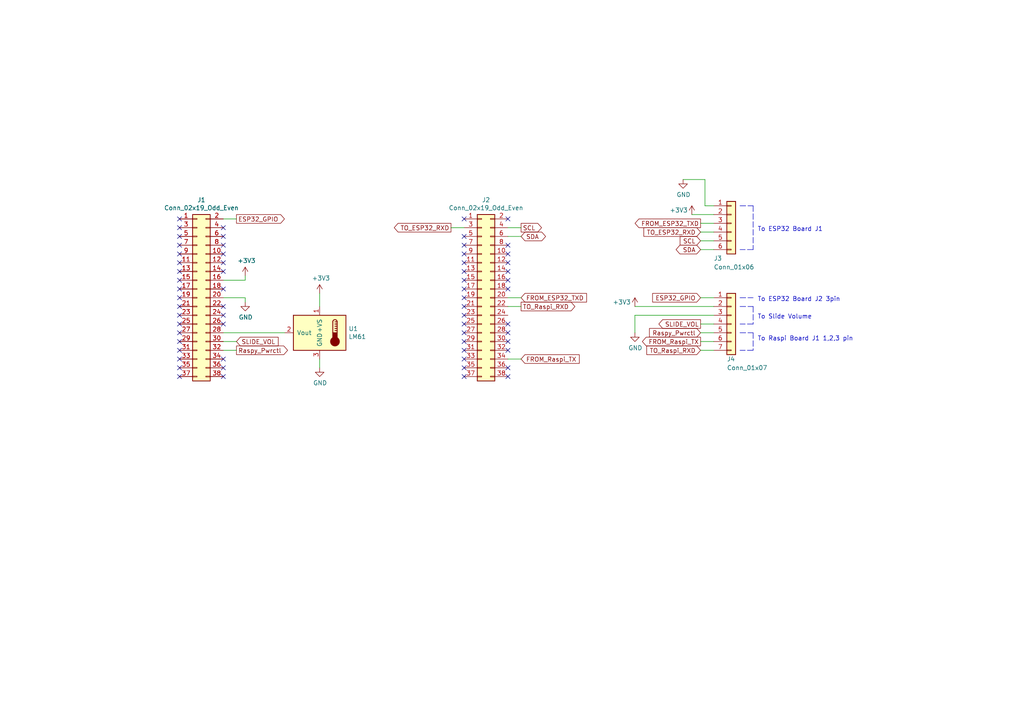
<source format=kicad_sch>
(kicad_sch (version 20211123) (generator eeschema)

  (uuid 2b037c78-906d-4178-9b25-0374af217b3a)

  (paper "A4")

  (lib_symbols
    (symbol "Connector_Generic:Conn_01x06" (pin_names (offset 1.016) hide) (in_bom yes) (on_board yes)
      (property "Reference" "J" (id 0) (at 0 7.62 0)
        (effects (font (size 1.27 1.27)))
      )
      (property "Value" "Conn_01x06" (id 1) (at 0 -10.16 0)
        (effects (font (size 1.27 1.27)))
      )
      (property "Footprint" "" (id 2) (at 0 0 0)
        (effects (font (size 1.27 1.27)) hide)
      )
      (property "Datasheet" "~" (id 3) (at 0 0 0)
        (effects (font (size 1.27 1.27)) hide)
      )
      (property "ki_keywords" "connector" (id 4) (at 0 0 0)
        (effects (font (size 1.27 1.27)) hide)
      )
      (property "ki_description" "Generic connector, single row, 01x06, script generated (kicad-library-utils/schlib/autogen/connector/)" (id 5) (at 0 0 0)
        (effects (font (size 1.27 1.27)) hide)
      )
      (property "ki_fp_filters" "Connector*:*_1x??_*" (id 6) (at 0 0 0)
        (effects (font (size 1.27 1.27)) hide)
      )
      (symbol "Conn_01x06_1_1"
        (rectangle (start -1.27 -7.493) (end 0 -7.747)
          (stroke (width 0.1524) (type default) (color 0 0 0 0))
          (fill (type none))
        )
        (rectangle (start -1.27 -4.953) (end 0 -5.207)
          (stroke (width 0.1524) (type default) (color 0 0 0 0))
          (fill (type none))
        )
        (rectangle (start -1.27 -2.413) (end 0 -2.667)
          (stroke (width 0.1524) (type default) (color 0 0 0 0))
          (fill (type none))
        )
        (rectangle (start -1.27 0.127) (end 0 -0.127)
          (stroke (width 0.1524) (type default) (color 0 0 0 0))
          (fill (type none))
        )
        (rectangle (start -1.27 2.667) (end 0 2.413)
          (stroke (width 0.1524) (type default) (color 0 0 0 0))
          (fill (type none))
        )
        (rectangle (start -1.27 5.207) (end 0 4.953)
          (stroke (width 0.1524) (type default) (color 0 0 0 0))
          (fill (type none))
        )
        (rectangle (start -1.27 6.35) (end 1.27 -8.89)
          (stroke (width 0.254) (type default) (color 0 0 0 0))
          (fill (type background))
        )
        (pin passive line (at -5.08 5.08 0) (length 3.81)
          (name "Pin_1" (effects (font (size 1.27 1.27))))
          (number "1" (effects (font (size 1.27 1.27))))
        )
        (pin passive line (at -5.08 2.54 0) (length 3.81)
          (name "Pin_2" (effects (font (size 1.27 1.27))))
          (number "2" (effects (font (size 1.27 1.27))))
        )
        (pin passive line (at -5.08 0 0) (length 3.81)
          (name "Pin_3" (effects (font (size 1.27 1.27))))
          (number "3" (effects (font (size 1.27 1.27))))
        )
        (pin passive line (at -5.08 -2.54 0) (length 3.81)
          (name "Pin_4" (effects (font (size 1.27 1.27))))
          (number "4" (effects (font (size 1.27 1.27))))
        )
        (pin passive line (at -5.08 -5.08 0) (length 3.81)
          (name "Pin_5" (effects (font (size 1.27 1.27))))
          (number "5" (effects (font (size 1.27 1.27))))
        )
        (pin passive line (at -5.08 -7.62 0) (length 3.81)
          (name "Pin_6" (effects (font (size 1.27 1.27))))
          (number "6" (effects (font (size 1.27 1.27))))
        )
      )
    )
    (symbol "Connector_Generic:Conn_01x07" (pin_names (offset 1.016) hide) (in_bom yes) (on_board yes)
      (property "Reference" "J" (id 0) (at 0 10.16 0)
        (effects (font (size 1.27 1.27)))
      )
      (property "Value" "Conn_01x07" (id 1) (at 0 -10.16 0)
        (effects (font (size 1.27 1.27)))
      )
      (property "Footprint" "" (id 2) (at 0 0 0)
        (effects (font (size 1.27 1.27)) hide)
      )
      (property "Datasheet" "~" (id 3) (at 0 0 0)
        (effects (font (size 1.27 1.27)) hide)
      )
      (property "ki_keywords" "connector" (id 4) (at 0 0 0)
        (effects (font (size 1.27 1.27)) hide)
      )
      (property "ki_description" "Generic connector, single row, 01x07, script generated (kicad-library-utils/schlib/autogen/connector/)" (id 5) (at 0 0 0)
        (effects (font (size 1.27 1.27)) hide)
      )
      (property "ki_fp_filters" "Connector*:*_1x??_*" (id 6) (at 0 0 0)
        (effects (font (size 1.27 1.27)) hide)
      )
      (symbol "Conn_01x07_1_1"
        (rectangle (start -1.27 -7.493) (end 0 -7.747)
          (stroke (width 0.1524) (type default) (color 0 0 0 0))
          (fill (type none))
        )
        (rectangle (start -1.27 -4.953) (end 0 -5.207)
          (stroke (width 0.1524) (type default) (color 0 0 0 0))
          (fill (type none))
        )
        (rectangle (start -1.27 -2.413) (end 0 -2.667)
          (stroke (width 0.1524) (type default) (color 0 0 0 0))
          (fill (type none))
        )
        (rectangle (start -1.27 0.127) (end 0 -0.127)
          (stroke (width 0.1524) (type default) (color 0 0 0 0))
          (fill (type none))
        )
        (rectangle (start -1.27 2.667) (end 0 2.413)
          (stroke (width 0.1524) (type default) (color 0 0 0 0))
          (fill (type none))
        )
        (rectangle (start -1.27 5.207) (end 0 4.953)
          (stroke (width 0.1524) (type default) (color 0 0 0 0))
          (fill (type none))
        )
        (rectangle (start -1.27 7.747) (end 0 7.493)
          (stroke (width 0.1524) (type default) (color 0 0 0 0))
          (fill (type none))
        )
        (rectangle (start -1.27 8.89) (end 1.27 -8.89)
          (stroke (width 0.254) (type default) (color 0 0 0 0))
          (fill (type background))
        )
        (pin passive line (at -5.08 7.62 0) (length 3.81)
          (name "Pin_1" (effects (font (size 1.27 1.27))))
          (number "1" (effects (font (size 1.27 1.27))))
        )
        (pin passive line (at -5.08 5.08 0) (length 3.81)
          (name "Pin_2" (effects (font (size 1.27 1.27))))
          (number "2" (effects (font (size 1.27 1.27))))
        )
        (pin passive line (at -5.08 2.54 0) (length 3.81)
          (name "Pin_3" (effects (font (size 1.27 1.27))))
          (number "3" (effects (font (size 1.27 1.27))))
        )
        (pin passive line (at -5.08 0 0) (length 3.81)
          (name "Pin_4" (effects (font (size 1.27 1.27))))
          (number "4" (effects (font (size 1.27 1.27))))
        )
        (pin passive line (at -5.08 -2.54 0) (length 3.81)
          (name "Pin_5" (effects (font (size 1.27 1.27))))
          (number "5" (effects (font (size 1.27 1.27))))
        )
        (pin passive line (at -5.08 -5.08 0) (length 3.81)
          (name "Pin_6" (effects (font (size 1.27 1.27))))
          (number "6" (effects (font (size 1.27 1.27))))
        )
        (pin passive line (at -5.08 -7.62 0) (length 3.81)
          (name "Pin_7" (effects (font (size 1.27 1.27))))
          (number "7" (effects (font (size 1.27 1.27))))
        )
      )
    )
    (symbol "Connector_Generic:Conn_02x19_Odd_Even" (pin_names (offset 1.016) hide) (in_bom yes) (on_board yes)
      (property "Reference" "J" (id 0) (at 1.27 25.4 0)
        (effects (font (size 1.27 1.27)))
      )
      (property "Value" "Conn_02x19_Odd_Even" (id 1) (at 1.27 -25.4 0)
        (effects (font (size 1.27 1.27)))
      )
      (property "Footprint" "" (id 2) (at 0 0 0)
        (effects (font (size 1.27 1.27)) hide)
      )
      (property "Datasheet" "~" (id 3) (at 0 0 0)
        (effects (font (size 1.27 1.27)) hide)
      )
      (property "ki_keywords" "connector" (id 4) (at 0 0 0)
        (effects (font (size 1.27 1.27)) hide)
      )
      (property "ki_description" "Generic connector, double row, 02x19, odd/even pin numbering scheme (row 1 odd numbers, row 2 even numbers), script generated (kicad-library-utils/schlib/autogen/connector/)" (id 5) (at 0 0 0)
        (effects (font (size 1.27 1.27)) hide)
      )
      (property "ki_fp_filters" "Connector*:*_2x??_*" (id 6) (at 0 0 0)
        (effects (font (size 1.27 1.27)) hide)
      )
      (symbol "Conn_02x19_Odd_Even_1_1"
        (rectangle (start -1.27 -22.733) (end 0 -22.987)
          (stroke (width 0.1524) (type default) (color 0 0 0 0))
          (fill (type none))
        )
        (rectangle (start -1.27 -20.193) (end 0 -20.447)
          (stroke (width 0.1524) (type default) (color 0 0 0 0))
          (fill (type none))
        )
        (rectangle (start -1.27 -17.653) (end 0 -17.907)
          (stroke (width 0.1524) (type default) (color 0 0 0 0))
          (fill (type none))
        )
        (rectangle (start -1.27 -15.113) (end 0 -15.367)
          (stroke (width 0.1524) (type default) (color 0 0 0 0))
          (fill (type none))
        )
        (rectangle (start -1.27 -12.573) (end 0 -12.827)
          (stroke (width 0.1524) (type default) (color 0 0 0 0))
          (fill (type none))
        )
        (rectangle (start -1.27 -10.033) (end 0 -10.287)
          (stroke (width 0.1524) (type default) (color 0 0 0 0))
          (fill (type none))
        )
        (rectangle (start -1.27 -7.493) (end 0 -7.747)
          (stroke (width 0.1524) (type default) (color 0 0 0 0))
          (fill (type none))
        )
        (rectangle (start -1.27 -4.953) (end 0 -5.207)
          (stroke (width 0.1524) (type default) (color 0 0 0 0))
          (fill (type none))
        )
        (rectangle (start -1.27 -2.413) (end 0 -2.667)
          (stroke (width 0.1524) (type default) (color 0 0 0 0))
          (fill (type none))
        )
        (rectangle (start -1.27 0.127) (end 0 -0.127)
          (stroke (width 0.1524) (type default) (color 0 0 0 0))
          (fill (type none))
        )
        (rectangle (start -1.27 2.667) (end 0 2.413)
          (stroke (width 0.1524) (type default) (color 0 0 0 0))
          (fill (type none))
        )
        (rectangle (start -1.27 5.207) (end 0 4.953)
          (stroke (width 0.1524) (type default) (color 0 0 0 0))
          (fill (type none))
        )
        (rectangle (start -1.27 7.747) (end 0 7.493)
          (stroke (width 0.1524) (type default) (color 0 0 0 0))
          (fill (type none))
        )
        (rectangle (start -1.27 10.287) (end 0 10.033)
          (stroke (width 0.1524) (type default) (color 0 0 0 0))
          (fill (type none))
        )
        (rectangle (start -1.27 12.827) (end 0 12.573)
          (stroke (width 0.1524) (type default) (color 0 0 0 0))
          (fill (type none))
        )
        (rectangle (start -1.27 15.367) (end 0 15.113)
          (stroke (width 0.1524) (type default) (color 0 0 0 0))
          (fill (type none))
        )
        (rectangle (start -1.27 17.907) (end 0 17.653)
          (stroke (width 0.1524) (type default) (color 0 0 0 0))
          (fill (type none))
        )
        (rectangle (start -1.27 20.447) (end 0 20.193)
          (stroke (width 0.1524) (type default) (color 0 0 0 0))
          (fill (type none))
        )
        (rectangle (start -1.27 22.987) (end 0 22.733)
          (stroke (width 0.1524) (type default) (color 0 0 0 0))
          (fill (type none))
        )
        (rectangle (start -1.27 24.13) (end 3.81 -24.13)
          (stroke (width 0.254) (type default) (color 0 0 0 0))
          (fill (type background))
        )
        (rectangle (start 3.81 -22.733) (end 2.54 -22.987)
          (stroke (width 0.1524) (type default) (color 0 0 0 0))
          (fill (type none))
        )
        (rectangle (start 3.81 -20.193) (end 2.54 -20.447)
          (stroke (width 0.1524) (type default) (color 0 0 0 0))
          (fill (type none))
        )
        (rectangle (start 3.81 -17.653) (end 2.54 -17.907)
          (stroke (width 0.1524) (type default) (color 0 0 0 0))
          (fill (type none))
        )
        (rectangle (start 3.81 -15.113) (end 2.54 -15.367)
          (stroke (width 0.1524) (type default) (color 0 0 0 0))
          (fill (type none))
        )
        (rectangle (start 3.81 -12.573) (end 2.54 -12.827)
          (stroke (width 0.1524) (type default) (color 0 0 0 0))
          (fill (type none))
        )
        (rectangle (start 3.81 -10.033) (end 2.54 -10.287)
          (stroke (width 0.1524) (type default) (color 0 0 0 0))
          (fill (type none))
        )
        (rectangle (start 3.81 -7.493) (end 2.54 -7.747)
          (stroke (width 0.1524) (type default) (color 0 0 0 0))
          (fill (type none))
        )
        (rectangle (start 3.81 -4.953) (end 2.54 -5.207)
          (stroke (width 0.1524) (type default) (color 0 0 0 0))
          (fill (type none))
        )
        (rectangle (start 3.81 -2.413) (end 2.54 -2.667)
          (stroke (width 0.1524) (type default) (color 0 0 0 0))
          (fill (type none))
        )
        (rectangle (start 3.81 0.127) (end 2.54 -0.127)
          (stroke (width 0.1524) (type default) (color 0 0 0 0))
          (fill (type none))
        )
        (rectangle (start 3.81 2.667) (end 2.54 2.413)
          (stroke (width 0.1524) (type default) (color 0 0 0 0))
          (fill (type none))
        )
        (rectangle (start 3.81 5.207) (end 2.54 4.953)
          (stroke (width 0.1524) (type default) (color 0 0 0 0))
          (fill (type none))
        )
        (rectangle (start 3.81 7.747) (end 2.54 7.493)
          (stroke (width 0.1524) (type default) (color 0 0 0 0))
          (fill (type none))
        )
        (rectangle (start 3.81 10.287) (end 2.54 10.033)
          (stroke (width 0.1524) (type default) (color 0 0 0 0))
          (fill (type none))
        )
        (rectangle (start 3.81 12.827) (end 2.54 12.573)
          (stroke (width 0.1524) (type default) (color 0 0 0 0))
          (fill (type none))
        )
        (rectangle (start 3.81 15.367) (end 2.54 15.113)
          (stroke (width 0.1524) (type default) (color 0 0 0 0))
          (fill (type none))
        )
        (rectangle (start 3.81 17.907) (end 2.54 17.653)
          (stroke (width 0.1524) (type default) (color 0 0 0 0))
          (fill (type none))
        )
        (rectangle (start 3.81 20.447) (end 2.54 20.193)
          (stroke (width 0.1524) (type default) (color 0 0 0 0))
          (fill (type none))
        )
        (rectangle (start 3.81 22.987) (end 2.54 22.733)
          (stroke (width 0.1524) (type default) (color 0 0 0 0))
          (fill (type none))
        )
        (pin passive line (at -5.08 22.86 0) (length 3.81)
          (name "Pin_1" (effects (font (size 1.27 1.27))))
          (number "1" (effects (font (size 1.27 1.27))))
        )
        (pin passive line (at 7.62 12.7 180) (length 3.81)
          (name "Pin_10" (effects (font (size 1.27 1.27))))
          (number "10" (effects (font (size 1.27 1.27))))
        )
        (pin passive line (at -5.08 10.16 0) (length 3.81)
          (name "Pin_11" (effects (font (size 1.27 1.27))))
          (number "11" (effects (font (size 1.27 1.27))))
        )
        (pin passive line (at 7.62 10.16 180) (length 3.81)
          (name "Pin_12" (effects (font (size 1.27 1.27))))
          (number "12" (effects (font (size 1.27 1.27))))
        )
        (pin passive line (at -5.08 7.62 0) (length 3.81)
          (name "Pin_13" (effects (font (size 1.27 1.27))))
          (number "13" (effects (font (size 1.27 1.27))))
        )
        (pin passive line (at 7.62 7.62 180) (length 3.81)
          (name "Pin_14" (effects (font (size 1.27 1.27))))
          (number "14" (effects (font (size 1.27 1.27))))
        )
        (pin passive line (at -5.08 5.08 0) (length 3.81)
          (name "Pin_15" (effects (font (size 1.27 1.27))))
          (number "15" (effects (font (size 1.27 1.27))))
        )
        (pin passive line (at 7.62 5.08 180) (length 3.81)
          (name "Pin_16" (effects (font (size 1.27 1.27))))
          (number "16" (effects (font (size 1.27 1.27))))
        )
        (pin passive line (at -5.08 2.54 0) (length 3.81)
          (name "Pin_17" (effects (font (size 1.27 1.27))))
          (number "17" (effects (font (size 1.27 1.27))))
        )
        (pin passive line (at 7.62 2.54 180) (length 3.81)
          (name "Pin_18" (effects (font (size 1.27 1.27))))
          (number "18" (effects (font (size 1.27 1.27))))
        )
        (pin passive line (at -5.08 0 0) (length 3.81)
          (name "Pin_19" (effects (font (size 1.27 1.27))))
          (number "19" (effects (font (size 1.27 1.27))))
        )
        (pin passive line (at 7.62 22.86 180) (length 3.81)
          (name "Pin_2" (effects (font (size 1.27 1.27))))
          (number "2" (effects (font (size 1.27 1.27))))
        )
        (pin passive line (at 7.62 0 180) (length 3.81)
          (name "Pin_20" (effects (font (size 1.27 1.27))))
          (number "20" (effects (font (size 1.27 1.27))))
        )
        (pin passive line (at -5.08 -2.54 0) (length 3.81)
          (name "Pin_21" (effects (font (size 1.27 1.27))))
          (number "21" (effects (font (size 1.27 1.27))))
        )
        (pin passive line (at 7.62 -2.54 180) (length 3.81)
          (name "Pin_22" (effects (font (size 1.27 1.27))))
          (number "22" (effects (font (size 1.27 1.27))))
        )
        (pin passive line (at -5.08 -5.08 0) (length 3.81)
          (name "Pin_23" (effects (font (size 1.27 1.27))))
          (number "23" (effects (font (size 1.27 1.27))))
        )
        (pin passive line (at 7.62 -5.08 180) (length 3.81)
          (name "Pin_24" (effects (font (size 1.27 1.27))))
          (number "24" (effects (font (size 1.27 1.27))))
        )
        (pin passive line (at -5.08 -7.62 0) (length 3.81)
          (name "Pin_25" (effects (font (size 1.27 1.27))))
          (number "25" (effects (font (size 1.27 1.27))))
        )
        (pin passive line (at 7.62 -7.62 180) (length 3.81)
          (name "Pin_26" (effects (font (size 1.27 1.27))))
          (number "26" (effects (font (size 1.27 1.27))))
        )
        (pin passive line (at -5.08 -10.16 0) (length 3.81)
          (name "Pin_27" (effects (font (size 1.27 1.27))))
          (number "27" (effects (font (size 1.27 1.27))))
        )
        (pin passive line (at 7.62 -10.16 180) (length 3.81)
          (name "Pin_28" (effects (font (size 1.27 1.27))))
          (number "28" (effects (font (size 1.27 1.27))))
        )
        (pin passive line (at -5.08 -12.7 0) (length 3.81)
          (name "Pin_29" (effects (font (size 1.27 1.27))))
          (number "29" (effects (font (size 1.27 1.27))))
        )
        (pin passive line (at -5.08 20.32 0) (length 3.81)
          (name "Pin_3" (effects (font (size 1.27 1.27))))
          (number "3" (effects (font (size 1.27 1.27))))
        )
        (pin passive line (at 7.62 -12.7 180) (length 3.81)
          (name "Pin_30" (effects (font (size 1.27 1.27))))
          (number "30" (effects (font (size 1.27 1.27))))
        )
        (pin passive line (at -5.08 -15.24 0) (length 3.81)
          (name "Pin_31" (effects (font (size 1.27 1.27))))
          (number "31" (effects (font (size 1.27 1.27))))
        )
        (pin passive line (at 7.62 -15.24 180) (length 3.81)
          (name "Pin_32" (effects (font (size 1.27 1.27))))
          (number "32" (effects (font (size 1.27 1.27))))
        )
        (pin passive line (at -5.08 -17.78 0) (length 3.81)
          (name "Pin_33" (effects (font (size 1.27 1.27))))
          (number "33" (effects (font (size 1.27 1.27))))
        )
        (pin passive line (at 7.62 -17.78 180) (length 3.81)
          (name "Pin_34" (effects (font (size 1.27 1.27))))
          (number "34" (effects (font (size 1.27 1.27))))
        )
        (pin passive line (at -5.08 -20.32 0) (length 3.81)
          (name "Pin_35" (effects (font (size 1.27 1.27))))
          (number "35" (effects (font (size 1.27 1.27))))
        )
        (pin passive line (at 7.62 -20.32 180) (length 3.81)
          (name "Pin_36" (effects (font (size 1.27 1.27))))
          (number "36" (effects (font (size 1.27 1.27))))
        )
        (pin passive line (at -5.08 -22.86 0) (length 3.81)
          (name "Pin_37" (effects (font (size 1.27 1.27))))
          (number "37" (effects (font (size 1.27 1.27))))
        )
        (pin passive line (at 7.62 -22.86 180) (length 3.81)
          (name "Pin_38" (effects (font (size 1.27 1.27))))
          (number "38" (effects (font (size 1.27 1.27))))
        )
        (pin passive line (at 7.62 20.32 180) (length 3.81)
          (name "Pin_4" (effects (font (size 1.27 1.27))))
          (number "4" (effects (font (size 1.27 1.27))))
        )
        (pin passive line (at -5.08 17.78 0) (length 3.81)
          (name "Pin_5" (effects (font (size 1.27 1.27))))
          (number "5" (effects (font (size 1.27 1.27))))
        )
        (pin passive line (at 7.62 17.78 180) (length 3.81)
          (name "Pin_6" (effects (font (size 1.27 1.27))))
          (number "6" (effects (font (size 1.27 1.27))))
        )
        (pin passive line (at -5.08 15.24 0) (length 3.81)
          (name "Pin_7" (effects (font (size 1.27 1.27))))
          (number "7" (effects (font (size 1.27 1.27))))
        )
        (pin passive line (at 7.62 15.24 180) (length 3.81)
          (name "Pin_8" (effects (font (size 1.27 1.27))))
          (number "8" (effects (font (size 1.27 1.27))))
        )
        (pin passive line (at -5.08 12.7 0) (length 3.81)
          (name "Pin_9" (effects (font (size 1.27 1.27))))
          (number "9" (effects (font (size 1.27 1.27))))
        )
      )
    )
    (symbol "Sensor_Temperature:LM35-LP" (pin_names (offset 1.016)) (in_bom yes) (on_board yes)
      (property "Reference" "U" (id 0) (at -6.35 6.35 0)
        (effects (font (size 1.27 1.27)))
      )
      (property "Value" "LM35-LP" (id 1) (at 1.27 6.35 0)
        (effects (font (size 1.27 1.27)) (justify left))
      )
      (property "Footprint" "" (id 2) (at 1.27 -6.35 0)
        (effects (font (size 1.27 1.27)) (justify left) hide)
      )
      (property "Datasheet" "http://www.ti.com/lit/ds/symlink/lm35.pdf" (id 3) (at 0 0 0)
        (effects (font (size 1.27 1.27)) hide)
      )
      (property "ki_keywords" "temperature sensor thermistor" (id 4) (at 0 0 0)
        (effects (font (size 1.27 1.27)) hide)
      )
      (property "ki_description" "Precision centigrade temperature sensor, TO-92" (id 5) (at 0 0 0)
        (effects (font (size 1.27 1.27)) hide)
      )
      (property "ki_fp_filters" "TO?92*" (id 6) (at 0 0 0)
        (effects (font (size 1.27 1.27)) hide)
      )
      (symbol "LM35-LP_0_1"
        (rectangle (start -7.62 5.08) (end 7.62 -5.08)
          (stroke (width 0.254) (type default) (color 0 0 0 0))
          (fill (type background))
        )
        (circle (center -4.445 -2.54) (radius 1.27)
          (stroke (width 0.254) (type default) (color 0 0 0 0))
          (fill (type outline))
        )
        (rectangle (start -3.81 -1.905) (end -5.08 0)
          (stroke (width 0.254) (type default) (color 0 0 0 0))
          (fill (type outline))
        )
        (arc (start -3.81 3.175) (mid -4.445 3.81) (end -5.08 3.175)
          (stroke (width 0.254) (type default) (color 0 0 0 0))
          (fill (type none))
        )
        (polyline
          (pts
            (xy -5.08 0.635)
            (xy -4.445 0.635)
          )
          (stroke (width 0.254) (type default) (color 0 0 0 0))
          (fill (type none))
        )
        (polyline
          (pts
            (xy -5.08 1.27)
            (xy -4.445 1.27)
          )
          (stroke (width 0.254) (type default) (color 0 0 0 0))
          (fill (type none))
        )
        (polyline
          (pts
            (xy -5.08 1.905)
            (xy -4.445 1.905)
          )
          (stroke (width 0.254) (type default) (color 0 0 0 0))
          (fill (type none))
        )
        (polyline
          (pts
            (xy -5.08 2.54)
            (xy -4.445 2.54)
          )
          (stroke (width 0.254) (type default) (color 0 0 0 0))
          (fill (type none))
        )
        (polyline
          (pts
            (xy -5.08 3.175)
            (xy -5.08 0)
          )
          (stroke (width 0.254) (type default) (color 0 0 0 0))
          (fill (type none))
        )
        (polyline
          (pts
            (xy -5.08 3.175)
            (xy -4.445 3.175)
          )
          (stroke (width 0.254) (type default) (color 0 0 0 0))
          (fill (type none))
        )
        (polyline
          (pts
            (xy -3.81 3.175)
            (xy -3.81 0)
          )
          (stroke (width 0.254) (type default) (color 0 0 0 0))
          (fill (type none))
        )
      )
      (symbol "LM35-LP_1_1"
        (pin power_in line (at 0 7.62 270) (length 2.54)
          (name "+VS" (effects (font (size 1.27 1.27))))
          (number "1" (effects (font (size 1.27 1.27))))
        )
        (pin output line (at 10.16 0 180) (length 2.54)
          (name "Vout" (effects (font (size 1.27 1.27))))
          (number "2" (effects (font (size 1.27 1.27))))
        )
        (pin power_in line (at 0 -7.62 90) (length 2.54)
          (name "GND" (effects (font (size 1.27 1.27))))
          (number "3" (effects (font (size 1.27 1.27))))
        )
      )
    )
    (symbol "power:GND" (power) (pin_names (offset 0)) (in_bom yes) (on_board yes)
      (property "Reference" "#PWR" (id 0) (at 0 -6.35 0)
        (effects (font (size 1.27 1.27)) hide)
      )
      (property "Value" "GND" (id 1) (at 0 -3.81 0)
        (effects (font (size 1.27 1.27)))
      )
      (property "Footprint" "" (id 2) (at 0 0 0)
        (effects (font (size 1.27 1.27)) hide)
      )
      (property "Datasheet" "" (id 3) (at 0 0 0)
        (effects (font (size 1.27 1.27)) hide)
      )
      (property "ki_keywords" "power-flag" (id 4) (at 0 0 0)
        (effects (font (size 1.27 1.27)) hide)
      )
      (property "ki_description" "Power symbol creates a global label with name \"GND\" , ground" (id 5) (at 0 0 0)
        (effects (font (size 1.27 1.27)) hide)
      )
      (symbol "GND_0_1"
        (polyline
          (pts
            (xy 0 0)
            (xy 0 -1.27)
            (xy 1.27 -1.27)
            (xy 0 -2.54)
            (xy -1.27 -1.27)
            (xy 0 -1.27)
          )
          (stroke (width 0) (type default) (color 0 0 0 0))
          (fill (type none))
        )
      )
      (symbol "GND_1_1"
        (pin power_in line (at 0 0 270) (length 0) hide
          (name "GND" (effects (font (size 1.27 1.27))))
          (number "1" (effects (font (size 1.27 1.27))))
        )
      )
    )
    (symbol "simple-rsp01-1-rescue:+3.3V-power" (power) (pin_names (offset 0)) (in_bom yes) (on_board yes)
      (property "Reference" "#PWR" (id 0) (at 0 -3.81 0)
        (effects (font (size 1.27 1.27)) hide)
      )
      (property "Value" "+3.3V-power" (id 1) (at 0 3.556 0)
        (effects (font (size 1.27 1.27)))
      )
      (property "Footprint" "" (id 2) (at 0 0 0)
        (effects (font (size 1.27 1.27)) hide)
      )
      (property "Datasheet" "" (id 3) (at 0 0 0)
        (effects (font (size 1.27 1.27)) hide)
      )
      (symbol "+3.3V-power_0_1"
        (polyline
          (pts
            (xy -0.762 1.27)
            (xy 0 2.54)
          )
          (stroke (width 0) (type default) (color 0 0 0 0))
          (fill (type none))
        )
        (polyline
          (pts
            (xy 0 0)
            (xy 0 2.54)
          )
          (stroke (width 0) (type default) (color 0 0 0 0))
          (fill (type none))
        )
        (polyline
          (pts
            (xy 0 2.54)
            (xy 0.762 1.27)
          )
          (stroke (width 0) (type default) (color 0 0 0 0))
          (fill (type none))
        )
      )
      (symbol "+3.3V-power_1_1"
        (pin power_in line (at 0 0 90) (length 0) hide
          (name "+3V3" (effects (font (size 1.27 1.27))))
          (number "1" (effects (font (size 1.27 1.27))))
        )
      )
    )
  )


  (no_connect (at 134.62 76.2) (uuid 0158e6f2-0ce8-41d1-9396-a396990bd76e))
  (no_connect (at 147.32 109.22) (uuid 09cebf2c-f6f1-4e77-8798-fe530e1afeca))
  (no_connect (at 134.62 68.58) (uuid 0fe4fe85-eebb-462b-96e3-e1ecaa5f2c97))
  (no_connect (at 134.62 96.52) (uuid 10ba96d7-156e-401f-8999-ba02a4a479e9))
  (no_connect (at 64.77 71.12) (uuid 12e82266-83e3-4875-9f2d-20370a3a2c72))
  (no_connect (at 147.32 81.28) (uuid 1a5a8f38-7214-4983-b81f-9767ca2426d0))
  (no_connect (at 134.62 78.74) (uuid 1dec22f2-8091-4432-b3ea-c0d8358cc222))
  (no_connect (at 147.32 76.2) (uuid 1ef2517b-4fd4-4ffb-9f10-d6d039a0e088))
  (no_connect (at 52.07 68.58) (uuid 1f1a15f0-d5f0-4d36-80f1-cbadf50f9309))
  (no_connect (at 64.77 83.82) (uuid 1f33909e-270d-4ea3-af01-3623cb61f8a1))
  (no_connect (at 52.07 96.52) (uuid 1fabf7f2-0523-44f7-bfef-1491cee1fe8d))
  (no_connect (at 134.62 101.6) (uuid 21abc7cd-779e-4271-aeb2-e64811925150))
  (no_connect (at 52.07 104.14) (uuid 2777eb64-2d2f-4d54-9b4c-8da37239ea5e))
  (no_connect (at 134.62 93.98) (uuid 2a3e178d-e03e-4624-bddb-5dd57771ef13))
  (no_connect (at 52.07 71.12) (uuid 377fc462-eb97-4bf6-9bc3-2061126d951a))
  (no_connect (at 134.62 99.06) (uuid 3a70aa93-f537-4f3d-8722-fd8aca1fc225))
  (no_connect (at 64.77 88.9) (uuid 3c61f24d-b2f8-4f64-9210-59937fc52253))
  (no_connect (at 134.62 88.9) (uuid 3df9bbb0-5ea3-45ed-bf7e-25f5767b9405))
  (no_connect (at 52.07 86.36) (uuid 418cc678-75bd-4343-81da-481d32ca5982))
  (no_connect (at 147.32 83.82) (uuid 4318773d-e122-41ee-b756-215198e7109d))
  (no_connect (at 52.07 106.68) (uuid 452ef0fd-584d-4758-9eac-2bdd2e58a526))
  (no_connect (at 64.77 76.2) (uuid 48d70c82-b37a-491a-8712-ca8a0d1f6c18))
  (no_connect (at 147.32 63.5) (uuid 4b48c14a-8f72-4eab-bfe6-ada4d7bc0d01))
  (no_connect (at 147.32 99.06) (uuid 526582d6-6116-4741-be47-3f24ed5f4c4d))
  (no_connect (at 64.77 93.98) (uuid 5ceb737b-f40f-41fd-83e7-729cb8d0acc5))
  (no_connect (at 134.62 81.28) (uuid 6086b98f-52cc-47a3-a7ee-1c1ca2b2ed46))
  (no_connect (at 52.07 109.22) (uuid 644b7073-bd6e-4f98-bc6c-f658e0031c0b))
  (no_connect (at 52.07 66.04) (uuid 6d44e53b-bec5-431d-a74c-7ec531151e77))
  (no_connect (at 52.07 81.28) (uuid 7947a151-d711-4a88-971f-5a6104d209b3))
  (no_connect (at 64.77 78.74) (uuid 7a7a846e-fc44-4b55-bcd7-704b5ea2404a))
  (no_connect (at 147.32 96.52) (uuid 7f39aa79-c599-43d8-a17b-84a8c93083e6))
  (no_connect (at 134.62 86.36) (uuid 8067a8ce-f696-4929-bb9d-1b44dd0f29c9))
  (no_connect (at 64.77 104.14) (uuid 86605ce1-20c2-483b-9029-4edef780d472))
  (no_connect (at 147.32 106.68) (uuid 8c6688a8-b42d-46b1-8a89-f3971b8d222b))
  (no_connect (at 147.32 93.98) (uuid 8f25c1da-b33b-43ba-b39a-e951b014f6c0))
  (no_connect (at 64.77 68.58) (uuid 94727bc1-4496-44ac-a59d-6275ef781c61))
  (no_connect (at 52.07 101.6) (uuid 9528f5a4-827d-4ad2-8684-c51466a0361c))
  (no_connect (at 134.62 71.12) (uuid 9964b87c-bb23-4e68-9af8-d4086bcb9316))
  (no_connect (at 134.62 83.82) (uuid 9d8df27d-8695-4270-892a-27b2da258022))
  (no_connect (at 147.32 73.66) (uuid a2957ab9-c3e1-4b1d-a722-9589d45cb19b))
  (no_connect (at 147.32 101.6) (uuid a9dcbefc-be9d-421b-9a72-7250451590f9))
  (no_connect (at 52.07 83.82) (uuid b1d9d2ef-8a1f-4a13-a071-3c207250b02d))
  (no_connect (at 134.62 104.14) (uuid b2aa1ca1-782d-464f-b674-8943d1157b36))
  (no_connect (at 52.07 78.74) (uuid b42a5339-369e-4db0-8142-f1896ed10acb))
  (no_connect (at 64.77 66.04) (uuid ba8ff433-fafb-46af-a397-3810ae6ac490))
  (no_connect (at 134.62 106.68) (uuid c42caf35-6878-4df4-a5d4-18feb880c88c))
  (no_connect (at 134.62 73.66) (uuid ca5dfde8-d2e2-4309-93dd-05bfe7be3134))
  (no_connect (at 64.77 91.44) (uuid cbc86235-0b78-4d51-8e86-d5fdd32e96c3))
  (no_connect (at 134.62 91.44) (uuid d0873f58-c762-4913-bdab-43318e0c5220))
  (no_connect (at 134.62 63.5) (uuid d2300d0a-1379-48ce-93b5-db6eddc6ddd6))
  (no_connect (at 64.77 109.22) (uuid d44b89dd-af9c-4cf7-b260-c61d59b6b4ab))
  (no_connect (at 52.07 63.5) (uuid d791ae4b-07a8-471b-90fd-7c4cab8bf3a1))
  (no_connect (at 52.07 99.06) (uuid d88a293f-e3d0-4484-ab9e-90ae0a1e6d62))
  (no_connect (at 147.32 71.12) (uuid ddf8e253-307b-448d-8a9a-7d8ee8f8549e))
  (no_connect (at 52.07 91.44) (uuid e9ca0255-6de3-48e4-adfb-45149266b7fa))
  (no_connect (at 64.77 106.68) (uuid ea6eadf5-1df4-4cae-a102-33f7e66ac60f))
  (no_connect (at 64.77 73.66) (uuid ea863624-cafb-4e97-bd2e-29fa240a61cb))
  (no_connect (at 52.07 73.66) (uuid f0d20c4a-5bdd-490f-b160-457852f3cd20))
  (no_connect (at 134.62 109.22) (uuid f115694d-263d-4a80-b518-ea985ba758d1))
  (no_connect (at 52.07 88.9) (uuid f21e876e-8796-4147-8870-7444f0fd8256))
  (no_connect (at 52.07 93.98) (uuid f7d52af2-d827-41d7-8f76-4d3765c44cc5))
  (no_connect (at 147.32 78.74) (uuid fa833a2b-959e-41ae-8965-d5a0fbb68958))
  (no_connect (at 52.07 76.2) (uuid fae31ea7-f0a8-4ac2-9e9c-18b3f422dd5c))

  (wire (pts (xy 147.32 104.14) (xy 151.13 104.14))
    (stroke (width 0) (type default) (color 0 0 0 0))
    (uuid 00b97531-5855-43aa-afaa-5312137a900a)
  )
  (wire (pts (xy 64.77 99.06) (xy 68.58 99.06))
    (stroke (width 0) (type default) (color 0 0 0 0))
    (uuid 0a7e0e44-d011-4750-808f-3a4f5a297c1c)
  )
  (wire (pts (xy 147.32 88.9) (xy 151.13 88.9))
    (stroke (width 0) (type default) (color 0 0 0 0))
    (uuid 0c70f320-9569-4339-89ba-24a0f0d2fbaf)
  )
  (polyline (pts (xy 218.44 88.9) (xy 218.44 93.98))
    (stroke (width 0) (type default) (color 0 0 0 0))
    (uuid 16f2462a-2f13-4db3-b8a9-57a3c6e63558)
  )

  (wire (pts (xy 130.81 66.04) (xy 134.62 66.04))
    (stroke (width 0) (type default) (color 0 0 0 0))
    (uuid 197c8359-4448-4d66-aaaa-8ceced56940e)
  )
  (wire (pts (xy 203.2 86.36) (xy 207.01 86.36))
    (stroke (width 0) (type default) (color 0 0 0 0))
    (uuid 22d54686-db16-48f8-bdd8-c8478478c876)
  )
  (wire (pts (xy 200.66 62.23) (xy 207.01 62.23))
    (stroke (width 0) (type default) (color 0 0 0 0))
    (uuid 2a5c9a75-5be4-4a72-9753-2e1e8b400690)
  )
  (polyline (pts (xy 214.63 88.9) (xy 218.44 88.9))
    (stroke (width 0) (type default) (color 0 0 0 0))
    (uuid 2c11782c-87f8-4617-b260-497f3dc9f452)
  )

  (wire (pts (xy 64.77 86.36) (xy 71.12 86.36))
    (stroke (width 0) (type default) (color 0 0 0 0))
    (uuid 2fb85656-c974-4e8c-9cfe-8f1adfc6d609)
  )
  (wire (pts (xy 64.77 101.6) (xy 68.58 101.6))
    (stroke (width 0) (type default) (color 0 0 0 0))
    (uuid 30956254-48e9-45d3-a5f5-62bfe711d4d2)
  )
  (wire (pts (xy 64.77 96.52) (xy 82.55 96.52))
    (stroke (width 0) (type default) (color 0 0 0 0))
    (uuid 39a32827-cd5f-444f-88a5-60846cf02bdc)
  )
  (wire (pts (xy 147.32 68.58) (xy 151.13 68.58))
    (stroke (width 0) (type default) (color 0 0 0 0))
    (uuid 3cea96f2-4ddd-4e21-b393-8f5196bc8e22)
  )
  (wire (pts (xy 184.15 91.44) (xy 207.01 91.44))
    (stroke (width 0) (type default) (color 0 0 0 0))
    (uuid 3da0667c-24fd-4dea-9fde-15d4d373850e)
  )
  (polyline (pts (xy 218.44 72.39) (xy 214.63 72.39))
    (stroke (width 0) (type default) (color 0 0 0 0))
    (uuid 3e042e04-d459-4a6a-b04b-6b809fb09afa)
  )

  (wire (pts (xy 184.15 88.9) (xy 207.01 88.9))
    (stroke (width 0) (type default) (color 0 0 0 0))
    (uuid 502cd284-4c67-4434-b0c6-d992386fa234)
  )
  (polyline (pts (xy 218.44 93.98) (xy 214.63 93.98))
    (stroke (width 0) (type default) (color 0 0 0 0))
    (uuid 514110dc-bfa6-467b-a7a4-c8de1472ee8b)
  )

  (wire (pts (xy 147.32 66.04) (xy 151.13 66.04))
    (stroke (width 0) (type default) (color 0 0 0 0))
    (uuid 55c62889-d04e-4e17-abbd-dcfccb1d565b)
  )
  (polyline (pts (xy 214.63 59.69) (xy 218.44 59.69))
    (stroke (width 0) (type default) (color 0 0 0 0))
    (uuid 57edb1c5-11ef-4a18-922d-0112209d1cc7)
  )

  (wire (pts (xy 64.77 81.28) (xy 71.12 81.28))
    (stroke (width 0) (type default) (color 0 0 0 0))
    (uuid 63a88e4c-28e3-4fde-bed5-5fa1ed372f69)
  )
  (wire (pts (xy 204.47 52.07) (xy 204.47 59.69))
    (stroke (width 0) (type default) (color 0 0 0 0))
    (uuid 6cdb0530-039c-474c-a905-2fc566ae9d78)
  )
  (polyline (pts (xy 218.44 96.52) (xy 218.44 101.6))
    (stroke (width 0) (type default) (color 0 0 0 0))
    (uuid 6fadeb79-0a69-4d12-9ab1-e7f3715571f1)
  )

  (wire (pts (xy 203.2 67.31) (xy 207.01 67.31))
    (stroke (width 0) (type default) (color 0 0 0 0))
    (uuid 7638449f-5577-4606-a925-7d2977129b21)
  )
  (polyline (pts (xy 214.63 86.36) (xy 218.44 86.36))
    (stroke (width 0) (type default) (color 0 0 0 0))
    (uuid 7a491a3d-f4b2-4b73-a2ef-fcd8312ad9d3)
  )

  (wire (pts (xy 64.77 63.5) (xy 68.58 63.5))
    (stroke (width 0) (type default) (color 0 0 0 0))
    (uuid 8e3377a9-2388-45ee-afea-fa56b4c8c058)
  )
  (wire (pts (xy 203.2 101.6) (xy 207.01 101.6))
    (stroke (width 0) (type default) (color 0 0 0 0))
    (uuid 99a2bac8-8c24-4955-bad5-8a363d00eabe)
  )
  (wire (pts (xy 92.71 104.14) (xy 92.71 106.68))
    (stroke (width 0) (type default) (color 0 0 0 0))
    (uuid 9ee05df8-b50e-4a22-ba7e-7e34c574b9a4)
  )
  (wire (pts (xy 71.12 81.28) (xy 71.12 80.01))
    (stroke (width 0) (type default) (color 0 0 0 0))
    (uuid a0923a80-fb12-4ac6-870e-efe92cc6b960)
  )
  (wire (pts (xy 203.2 72.39) (xy 207.01 72.39))
    (stroke (width 0) (type default) (color 0 0 0 0))
    (uuid a3a76f57-1d48-4194-89d2-e58aadcdcacf)
  )
  (wire (pts (xy 203.2 69.85) (xy 207.01 69.85))
    (stroke (width 0) (type default) (color 0 0 0 0))
    (uuid b0ffa01d-e95b-4953-8a01-7b2bb230de42)
  )
  (polyline (pts (xy 214.63 96.52) (xy 218.44 96.52))
    (stroke (width 0) (type default) (color 0 0 0 0))
    (uuid b82bffe7-e78d-4f3c-a533-892d0fa2e6ce)
  )

  (wire (pts (xy 204.47 59.69) (xy 207.01 59.69))
    (stroke (width 0) (type default) (color 0 0 0 0))
    (uuid b8bd0e21-04b4-4a21-8940-fdec843086a3)
  )
  (wire (pts (xy 203.2 93.98) (xy 207.01 93.98))
    (stroke (width 0) (type default) (color 0 0 0 0))
    (uuid bb72fdbd-aba9-4230-a84d-2398b1bb74a5)
  )
  (wire (pts (xy 203.2 64.77) (xy 207.01 64.77))
    (stroke (width 0) (type default) (color 0 0 0 0))
    (uuid bf2f60c5-088e-45d1-b496-651d0ede1d29)
  )
  (wire (pts (xy 92.71 85.09) (xy 92.71 88.9))
    (stroke (width 0) (type default) (color 0 0 0 0))
    (uuid c2c9cfc0-c55d-4a8d-bc8c-862c0a10dda2)
  )
  (polyline (pts (xy 218.44 59.69) (xy 218.44 72.39))
    (stroke (width 0) (type default) (color 0 0 0 0))
    (uuid cb728e31-4f4c-42bd-a9f6-e9ba3407c37d)
  )

  (wire (pts (xy 203.2 96.52) (xy 207.01 96.52))
    (stroke (width 0) (type default) (color 0 0 0 0))
    (uuid d32154fb-d584-4c37-a435-648f5cddfd5a)
  )
  (wire (pts (xy 198.12 52.07) (xy 204.47 52.07))
    (stroke (width 0) (type default) (color 0 0 0 0))
    (uuid e247ab48-65f5-4a08-b27c-55a24fa936ca)
  )
  (wire (pts (xy 203.2 99.06) (xy 207.01 99.06))
    (stroke (width 0) (type default) (color 0 0 0 0))
    (uuid e85c4d28-ec71-4213-8d41-ffac2c803e68)
  )
  (polyline (pts (xy 218.44 101.6) (xy 214.63 101.6))
    (stroke (width 0) (type default) (color 0 0 0 0))
    (uuid ee3f0be6-80bc-43eb-9a30-cb3950a8d684)
  )

  (wire (pts (xy 184.15 91.44) (xy 184.15 96.52))
    (stroke (width 0) (type default) (color 0 0 0 0))
    (uuid ee9229da-a7a1-4102-a030-495a79954dff)
  )
  (wire (pts (xy 71.12 86.36) (xy 71.12 87.63))
    (stroke (width 0) (type default) (color 0 0 0 0))
    (uuid f8d7497f-8a28-4fbd-831a-e9d68e9276cb)
  )
  (wire (pts (xy 147.32 86.36) (xy 151.13 86.36))
    (stroke (width 0) (type default) (color 0 0 0 0))
    (uuid fd09f12f-6c87-43ba-9057-371d3d54f0c2)
  )

  (text "To ESP32 Board J2 3pin" (at 219.71 87.63 0)
    (effects (font (size 1.27 1.27)) (justify left bottom))
    (uuid 0b1945ed-a7bf-430b-ba3b-e140eba442c9)
  )
  (text "To Raspi Board J1 1,2,3 pin" (at 219.71 99.06 0)
    (effects (font (size 1.27 1.27)) (justify left bottom))
    (uuid a4af46eb-2be7-496e-8cc7-9ebc87a7f75e)
  )
  (text "To Slide Volume" (at 219.71 92.71 0)
    (effects (font (size 1.27 1.27)) (justify left bottom))
    (uuid d75746c8-197c-4067-b0ae-109c5fb6df97)
  )
  (text "To ESP32 Board J1" (at 219.71 67.31 0)
    (effects (font (size 1.27 1.27)) (justify left bottom))
    (uuid f48dad4c-3b35-41ff-926d-01142297bc86)
  )

  (global_label "SDA" (shape bidirectional) (at 203.2 72.39 180) (fields_autoplaced)
    (effects (font (size 1.27 1.27)) (justify right))
    (uuid 104ebf34-bbe1-4818-a7a2-6858bf5baf72)
    (property "Intersheet References" "${INTERSHEET_REFS}" (id 0) (at 0 0 0)
      (effects (font (size 1.27 1.27)) hide)
    )
  )
  (global_label "Raspy_Pwrctl" (shape output) (at 68.58 101.6 0) (fields_autoplaced)
    (effects (font (size 1.27 1.27)) (justify left))
    (uuid 26870559-4635-4e11-a6cc-472e593a9ca5)
    (property "Intersheet References" "${INTERSHEET_REFS}" (id 0) (at 0 0 0)
      (effects (font (size 1.27 1.27)) hide)
    )
  )
  (global_label "TO_ESP32_RXD" (shape output) (at 130.81 66.04 180) (fields_autoplaced)
    (effects (font (size 1.27 1.27)) (justify right))
    (uuid 33d76b04-a591-4055-99ce-b652511617ab)
    (property "Intersheet References" "${INTERSHEET_REFS}" (id 0) (at 0 0 0)
      (effects (font (size 1.27 1.27)) hide)
    )
  )
  (global_label "TO_ESP32_RXD" (shape input) (at 203.2 67.31 180) (fields_autoplaced)
    (effects (font (size 1.27 1.27)) (justify right))
    (uuid 3912930f-ebaa-4b49-8ad7-01d221cbbace)
    (property "Intersheet References" "${INTERSHEET_REFS}" (id 0) (at 0 0 0)
      (effects (font (size 1.27 1.27)) hide)
    )
  )
  (global_label "SCL" (shape input) (at 203.2 69.85 180) (fields_autoplaced)
    (effects (font (size 1.27 1.27)) (justify right))
    (uuid 3d02ab93-03b2-4558-8a7b-989084efbb55)
    (property "Intersheet References" "${INTERSHEET_REFS}" (id 0) (at 0 0 0)
      (effects (font (size 1.27 1.27)) hide)
    )
  )
  (global_label "TO_Raspi_RXD" (shape input) (at 203.2 101.6 180) (fields_autoplaced)
    (effects (font (size 1.27 1.27)) (justify right))
    (uuid 66eba1d4-ec6f-4e24-a1ed-d4fe4319e2ac)
    (property "Intersheet References" "${INTERSHEET_REFS}" (id 0) (at 0 0 0)
      (effects (font (size 1.27 1.27)) hide)
    )
  )
  (global_label "TO_Raspi_RXD" (shape output) (at 151.13 88.9 0) (fields_autoplaced)
    (effects (font (size 1.27 1.27)) (justify left))
    (uuid 6ac2118e-378c-4ad9-8826-59e9549afd8c)
    (property "Intersheet References" "${INTERSHEET_REFS}" (id 0) (at 0 0 0)
      (effects (font (size 1.27 1.27)) hide)
    )
  )
  (global_label "ESP32_GPIO" (shape input) (at 203.2 86.36 180) (fields_autoplaced)
    (effects (font (size 1.27 1.27)) (justify right))
    (uuid 6bd9b5cf-90bc-4189-ab0f-8c5218604ad4)
    (property "Intersheet References" "${INTERSHEET_REFS}" (id 0) (at 0 0 0)
      (effects (font (size 1.27 1.27)) hide)
    )
  )
  (global_label "SCL" (shape output) (at 151.13 66.04 0) (fields_autoplaced)
    (effects (font (size 1.27 1.27)) (justify left))
    (uuid 73909158-1bfe-4084-a568-d9be39df474e)
    (property "Intersheet References" "${INTERSHEET_REFS}" (id 0) (at 0 0 0)
      (effects (font (size 1.27 1.27)) hide)
    )
  )
  (global_label "Raspy_Pwrctl" (shape input) (at 203.2 96.52 180) (fields_autoplaced)
    (effects (font (size 1.27 1.27)) (justify right))
    (uuid 7ae395aa-6d1d-4a05-9597-551b1a0edc4b)
    (property "Intersheet References" "${INTERSHEET_REFS}" (id 0) (at 0 0 0)
      (effects (font (size 1.27 1.27)) hide)
    )
  )
  (global_label "FROM_Raspi_TX" (shape output) (at 203.2 99.06 180) (fields_autoplaced)
    (effects (font (size 1.27 1.27)) (justify right))
    (uuid 869e1d24-5e0e-44f4-8707-cc89d0ed2e91)
    (property "Intersheet References" "${INTERSHEET_REFS}" (id 0) (at 0 0 0)
      (effects (font (size 1.27 1.27)) hide)
    )
  )
  (global_label "SLIDE_VOL" (shape input) (at 68.58 99.06 0) (fields_autoplaced)
    (effects (font (size 1.27 1.27)) (justify left))
    (uuid a2e8a386-7c35-434a-b9af-25e1bd805483)
    (property "Intersheet References" "${INTERSHEET_REFS}" (id 0) (at 0 0 0)
      (effects (font (size 1.27 1.27)) hide)
    )
  )
  (global_label "SDA" (shape bidirectional) (at 151.13 68.58 0) (fields_autoplaced)
    (effects (font (size 1.27 1.27)) (justify left))
    (uuid ab458683-a26f-4f6f-b467-33352e88bf04)
    (property "Intersheet References" "${INTERSHEET_REFS}" (id 0) (at 0 0 0)
      (effects (font (size 1.27 1.27)) hide)
    )
  )
  (global_label "FROM_ESP32_TXD" (shape input) (at 151.13 86.36 0) (fields_autoplaced)
    (effects (font (size 1.27 1.27)) (justify left))
    (uuid abdcd917-7098-4675-85c6-09fb147562f4)
    (property "Intersheet References" "${INTERSHEET_REFS}" (id 0) (at 0 0 0)
      (effects (font (size 1.27 1.27)) hide)
    )
  )
  (global_label "ESP32_GPIO" (shape output) (at 68.58 63.5 0) (fields_autoplaced)
    (effects (font (size 1.27 1.27)) (justify left))
    (uuid c5b451a5-3072-4583-964a-dc2cff7e0a6f)
    (property "Intersheet References" "${INTERSHEET_REFS}" (id 0) (at 0 0 0)
      (effects (font (size 1.27 1.27)) hide)
    )
  )
  (global_label "SLIDE_VOL" (shape output) (at 203.2 93.98 180) (fields_autoplaced)
    (effects (font (size 1.27 1.27)) (justify right))
    (uuid f87e8281-55c4-46f0-996d-10a10c30f1e9)
    (property "Intersheet References" "${INTERSHEET_REFS}" (id 0) (at 0 0 0)
      (effects (font (size 1.27 1.27)) hide)
    )
  )
  (global_label "FROM_Raspi_TX" (shape input) (at 151.13 104.14 0) (fields_autoplaced)
    (effects (font (size 1.27 1.27)) (justify left))
    (uuid f93434a6-a68b-49be-ba75-0400169a7e4d)
    (property "Intersheet References" "${INTERSHEET_REFS}" (id 0) (at 0 0 0)
      (effects (font (size 1.27 1.27)) hide)
    )
  )
  (global_label "FROM_ESP32_TXD" (shape output) (at 203.2 64.77 180) (fields_autoplaced)
    (effects (font (size 1.27 1.27)) (justify right))
    (uuid fef71c5d-8e00-4ab3-8219-cc021bdd4f5c)
    (property "Intersheet References" "${INTERSHEET_REFS}" (id 0) (at 0 0 0)
      (effects (font (size 1.27 1.27)) hide)
    )
  )

  (symbol (lib_id "Connector_Generic:Conn_02x19_Odd_Even") (at 57.15 86.36 0) (unit 1)
    (in_bom yes) (on_board yes)
    (uuid 00000000-0000-0000-0000-0000600bbf76)
    (property "Reference" "" (id 0) (at 58.42 57.9882 0))
    (property "Value" "Conn_02x19_Odd_Even" (id 1) (at 58.42 60.2996 0))
    (property "Footprint" "Connector_PinSocket_2.54mm:PinSocket_2x19_P2.54mm_Vertical" (id 2) (at 57.15 86.36 0)
      (effects (font (size 1.27 1.27)) hide)
    )
    (property "Datasheet" "~" (id 3) (at 57.15 86.36 0)
      (effects (font (size 1.27 1.27)) hide)
    )
    (pin "1" (uuid f06046ef-f3b8-435d-9c8e-d12d6b2a25f8))
    (pin "10" (uuid 4cdd53fe-0ce8-4d96-9ea7-6debed23f6d4))
    (pin "11" (uuid c1e71d33-19e3-41c8-b2a8-d19d280c919a))
    (pin "12" (uuid 28d52c05-674f-4573-883a-065f65d4ae24))
    (pin "13" (uuid 7a6d2839-f75b-47e5-85aa-009a10acd897))
    (pin "14" (uuid 9b0db097-fc5c-47c9-9ba8-8cf9449efec5))
    (pin "15" (uuid e0030817-db25-46f4-92e1-472822e72af8))
    (pin "16" (uuid e845cc68-7d56-410e-b363-bc4bca373815))
    (pin "17" (uuid 3ef48ad0-0b56-475b-9ae2-551170782463))
    (pin "18" (uuid 6534ab9d-bbee-459c-9467-e33150c440e1))
    (pin "19" (uuid 4aa392fa-a967-43e8-9512-c22cf14ef3f2))
    (pin "2" (uuid f33f16c6-cd88-432d-ba94-cc2686e85916))
    (pin "20" (uuid 7855cc43-9dfc-4d5c-a412-42133b0f309b))
    (pin "21" (uuid dad3c700-4d06-4d60-a466-507b0cae608d))
    (pin "22" (uuid 72855dec-b6ee-4a3a-8243-f247a6fc9b33))
    (pin "23" (uuid 8e376abc-96fc-4bd3-90c5-d8cd0465f7d2))
    (pin "24" (uuid 841b71ed-afa8-4b51-bc6c-e51c9e7ca380))
    (pin "25" (uuid 1382d9f8-246d-49f6-b088-8ffa0722b024))
    (pin "26" (uuid 60f346f0-4b65-4f31-bbef-45e053285442))
    (pin "27" (uuid 962d3a48-01d1-40b8-b6c5-5b310e252dd1))
    (pin "28" (uuid 89376507-f699-4922-a8f7-36f3fcdeef46))
    (pin "29" (uuid 771d2213-aa02-4b4f-9d4d-df3cfa6bc6fa))
    (pin "3" (uuid 21477b3f-9dea-434e-9d5b-7710c4ed7881))
    (pin "30" (uuid f437b8b9-4e2a-4d7c-9038-f963c90724f1))
    (pin "31" (uuid 367d8042-63d9-41a5-8996-d46e86a6ea3d))
    (pin "32" (uuid 2c554b3a-52a7-4be0-807d-ebac18731f94))
    (pin "33" (uuid c4f8e57e-3d01-47ee-8bab-89bb6dc64439))
    (pin "34" (uuid d324c56e-076f-45ef-b17a-96874c6458d1))
    (pin "35" (uuid 32ca73f1-e270-481b-93a9-39d297e73a8f))
    (pin "36" (uuid baa26e45-ba04-41a6-b481-4dc37e2425af))
    (pin "37" (uuid 79ff0e6e-31a4-46da-a30b-9a7a597b907c))
    (pin "38" (uuid 583f0168-cf98-4b0a-bcbb-5d599ca06e69))
    (pin "4" (uuid b210b34a-82db-4ce4-8655-fb4e1a02853c))
    (pin "5" (uuid b8f9f858-1fa1-432e-a512-a2c165d2c8e5))
    (pin "6" (uuid 9353a801-1618-4847-ba9a-47519faf49ed))
    (pin "7" (uuid c82bb2b1-8175-42e4-a3b4-1ecc3a23b4fd))
    (pin "8" (uuid 4837c0db-5806-4877-a5b5-997b791566c9))
    (pin "9" (uuid df09174b-ed14-4857-ae09-a096d5839fe4))
  )

  (symbol (lib_id "Connector_Generic:Conn_02x19_Odd_Even") (at 139.7 86.36 0) (unit 1)
    (in_bom yes) (on_board yes)
    (uuid 00000000-0000-0000-0000-0000600bbfc2)
    (property "Reference" "" (id 0) (at 140.97 57.9882 0))
    (property "Value" "Conn_02x19_Odd_Even" (id 1) (at 140.97 60.2996 0))
    (property "Footprint" "Connector_PinSocket_2.54mm:PinSocket_2x19_P2.54mm_Vertical" (id 2) (at 139.7 86.36 0)
      (effects (font (size 1.27 1.27)) hide)
    )
    (property "Datasheet" "~" (id 3) (at 139.7 86.36 0)
      (effects (font (size 1.27 1.27)) hide)
    )
    (pin "1" (uuid 55eaea02-3ef9-4578-8d23-082d0eab050d))
    (pin "10" (uuid a79df0a1-76fb-4759-8dba-9057baa6bfe1))
    (pin "11" (uuid d6e33a6f-51c0-4581-922d-2817669c93fa))
    (pin "12" (uuid 96648acf-7cca-4147-b3fa-74970520a564))
    (pin "13" (uuid 3e88480a-bac4-4f03-8c59-1710a8ccf3dd))
    (pin "14" (uuid a0727018-317a-4257-a9ae-40a08053d0ff))
    (pin "15" (uuid b911db35-243c-4d2d-955e-18deabbebc8f))
    (pin "16" (uuid 6554d791-4d8d-4c14-885b-db420cfc29b1))
    (pin "17" (uuid 75ea02ad-ee95-4141-9278-f7e8e2095564))
    (pin "18" (uuid 504dd4a4-0cff-489a-b42c-188fb0072ab9))
    (pin "19" (uuid 0a07a9c5-9a2b-4a18-82c9-81394dd49bc2))
    (pin "2" (uuid 4b338001-c4cf-4823-99a8-49d74413f26d))
    (pin "20" (uuid a10f4b4e-44c9-4e4b-9e3f-9e8431dde164))
    (pin "21" (uuid f696f5e3-26ed-43d0-a233-ed4d14e3c28e))
    (pin "22" (uuid c1d89c8e-903a-4790-ac00-75135fef7821))
    (pin "23" (uuid 12e23cae-b4e7-4ae7-9d0d-22f96984461c))
    (pin "24" (uuid d84bb6d1-c89b-4bd1-adfa-4d5aab5e4e8e))
    (pin "25" (uuid 5c1d779a-2fc4-4edf-a9fd-6656e8c042c8))
    (pin "26" (uuid b12e943e-743f-4a98-968b-8fcc3629c575))
    (pin "27" (uuid 8a9080bf-c072-4e1c-abea-828c5fe1d56f))
    (pin "28" (uuid 612ea61a-7e2c-42d0-b27f-147d62e430cf))
    (pin "29" (uuid d156e966-6dd5-4352-a76b-c12cd3021761))
    (pin "3" (uuid 7d2bb5c2-5cae-4b15-940b-021feb191708))
    (pin "30" (uuid ae2a0a54-599f-4ec9-b75f-5781048bef80))
    (pin "31" (uuid 86248e3d-9866-4b92-bdad-736e36549bf7))
    (pin "32" (uuid 1aa6c1f9-cbdd-4240-8f9f-724aa5b16512))
    (pin "33" (uuid 8b93df12-e8b5-4b14-ad0f-1fd601bae7dd))
    (pin "34" (uuid 922b0342-af9b-4f6e-84ce-a00d390d1927))
    (pin "35" (uuid 6f2e4b9a-b291-4e3c-8ade-09fe6c1c6deb))
    (pin "36" (uuid c90bdea6-1675-47f9-9703-b20edaef9432))
    (pin "37" (uuid 157092f9-907e-4c44-8fa0-72df4cbb01f1))
    (pin "38" (uuid 1bed0ec0-26ea-4bdd-a3db-f9190f5ca83f))
    (pin "4" (uuid 3d13da0a-e79c-4196-aa91-eb7a9f50e436))
    (pin "5" (uuid 6b206cef-f47c-45bd-afdb-a86dc5dc0583))
    (pin "6" (uuid 09e5953f-8a28-4f0d-a379-1cabb31055ff))
    (pin "7" (uuid d7fa496a-1880-4acc-834d-ca48c36b4b57))
    (pin "8" (uuid 9b9fa8e4-3423-4bc9-9a9c-f5fc8a31a95d))
    (pin "9" (uuid 6a9f6771-a3a2-45ec-b832-04751b33278f))
  )

  (symbol (lib_id "Sensor_Temperature:LM35-LP") (at 92.71 96.52 0) (mirror y) (unit 1)
    (in_bom yes) (on_board yes)
    (uuid 00000000-0000-0000-0000-0000600bc07e)
    (property "Reference" "" (id 0) (at 101.092 95.3516 0)
      (effects (font (size 1.27 1.27)) (justify right))
    )
    (property "Value" "LM61" (id 1) (at 101.092 97.663 0)
      (effects (font (size 1.27 1.27)) (justify right))
    )
    (property "Footprint" "Package_TO_SOT_THT:TO-92" (id 2) (at 91.44 102.87 0)
      (effects (font (size 1.27 1.27)) (justify left) hide)
    )
    (property "Datasheet" "" (id 3) (at 92.71 96.52 0)
      (effects (font (size 1.27 1.27)) hide)
    )
    (pin "1" (uuid 932e6cf8-f3bd-442a-bb9e-3519dc757717))
    (pin "2" (uuid 5c709613-21a5-4b15-8766-f226fd4db388))
    (pin "3" (uuid 5502febe-11fb-491e-8118-55a0bb9fc65a))
  )

  (symbol (lib_id "power:GND") (at 92.71 106.68 0) (unit 1)
    (in_bom yes) (on_board yes)
    (uuid 00000000-0000-0000-0000-0000600bc694)
    (property "Reference" "#PWR0101" (id 0) (at 92.71 113.03 0)
      (effects (font (size 1.27 1.27)) hide)
    )
    (property "Value" "GND" (id 1) (at 92.837 111.0742 0))
    (property "Footprint" "" (id 2) (at 92.71 106.68 0)
      (effects (font (size 1.27 1.27)) hide)
    )
    (property "Datasheet" "" (id 3) (at 92.71 106.68 0)
      (effects (font (size 1.27 1.27)) hide)
    )
    (pin "1" (uuid 8c307308-9dd9-49db-92b8-5a98f235cbaa))
  )

  (symbol (lib_id "simple-rsp01-1-rescue:+3.3V-power") (at 92.71 85.09 0) (unit 1)
    (in_bom yes) (on_board yes)
    (uuid 00000000-0000-0000-0000-0000600bc6df)
    (property "Reference" "" (id 0) (at 92.71 88.9 0)
      (effects (font (size 1.27 1.27)) hide)
    )
    (property "Value" "+3.3V" (id 1) (at 93.091 80.6958 0))
    (property "Footprint" "" (id 2) (at 92.71 85.09 0)
      (effects (font (size 1.27 1.27)) hide)
    )
    (property "Datasheet" "" (id 3) (at 92.71 85.09 0)
      (effects (font (size 1.27 1.27)) hide)
    )
    (pin "1" (uuid 2e03dc09-fa7b-45fa-a0eb-b8a895c5bc92))
  )

  (symbol (lib_id "power:GND") (at 71.12 87.63 0) (unit 1)
    (in_bom yes) (on_board yes)
    (uuid 00000000-0000-0000-0000-0000600bc738)
    (property "Reference" "#PWR0103" (id 0) (at 71.12 93.98 0)
      (effects (font (size 1.27 1.27)) hide)
    )
    (property "Value" "GND" (id 1) (at 71.247 92.0242 0))
    (property "Footprint" "" (id 2) (at 71.12 87.63 0)
      (effects (font (size 1.27 1.27)) hide)
    )
    (property "Datasheet" "" (id 3) (at 71.12 87.63 0)
      (effects (font (size 1.27 1.27)) hide)
    )
    (pin "1" (uuid f67b1402-0856-40bb-86d2-9165e03499cc))
  )

  (symbol (lib_id "simple-rsp01-1-rescue:+3.3V-power") (at 71.12 80.01 0) (unit 1)
    (in_bom yes) (on_board yes)
    (uuid 00000000-0000-0000-0000-0000600bc767)
    (property "Reference" "" (id 0) (at 71.12 83.82 0)
      (effects (font (size 1.27 1.27)) hide)
    )
    (property "Value" "+3.3V" (id 1) (at 71.501 75.6158 0))
    (property "Footprint" "" (id 2) (at 71.12 80.01 0)
      (effects (font (size 1.27 1.27)) hide)
    )
    (property "Datasheet" "" (id 3) (at 71.12 80.01 0)
      (effects (font (size 1.27 1.27)) hide)
    )
    (pin "1" (uuid d2bfc4f0-d5d7-4883-8ba7-11c9702e52ef))
  )

  (symbol (lib_id "Connector_Generic:Conn_01x06") (at 212.09 64.77 0) (unit 1)
    (in_bom yes) (on_board yes)
    (uuid 00000000-0000-0000-0000-0000607bcaa8)
    (property "Reference" "" (id 0) (at 207.01 74.93 0)
      (effects (font (size 1.27 1.27)) (justify left))
    )
    (property "Value" "Conn_01x06" (id 1) (at 207.01 77.47 0)
      (effects (font (size 1.27 1.27)) (justify left))
    )
    (property "Footprint" "Connector_PinHeader_2.54mm:PinHeader_1x06_P2.54mm_Horizontal" (id 2) (at 212.09 64.77 0)
      (effects (font (size 1.27 1.27)) hide)
    )
    (property "Datasheet" "~" (id 3) (at 212.09 64.77 0)
      (effects (font (size 1.27 1.27)) hide)
    )
    (pin "1" (uuid f0f945c2-326e-494d-817b-2199cc3351ea))
    (pin "2" (uuid 56a34193-54d2-4462-822b-d2e5702d528a))
    (pin "3" (uuid 31c2fea7-f428-4c41-b2d5-f6b2186c037b))
    (pin "4" (uuid eccc6935-78eb-4fab-a9ff-519280d5a1bd))
    (pin "5" (uuid 803b66f8-2afa-4411-985c-b211fec8111f))
    (pin "6" (uuid 74e17d64-c58c-4965-b0b4-69257848e795))
  )

  (symbol (lib_id "power:GND") (at 198.12 52.07 0) (unit 1)
    (in_bom yes) (on_board yes)
    (uuid 00000000-0000-0000-0000-0000607bdac0)
    (property "Reference" "#PWR0105" (id 0) (at 198.12 58.42 0)
      (effects (font (size 1.27 1.27)) hide)
    )
    (property "Value" "GND" (id 1) (at 198.247 56.4642 0))
    (property "Footprint" "" (id 2) (at 198.12 52.07 0)
      (effects (font (size 1.27 1.27)) hide)
    )
    (property "Datasheet" "" (id 3) (at 198.12 52.07 0)
      (effects (font (size 1.27 1.27)) hide)
    )
    (pin "1" (uuid f0f12fd8-c965-4cbf-b2d9-ce5a55530ae1))
  )

  (symbol (lib_id "simple-rsp01-1-rescue:+3.3V-power") (at 200.66 62.23 0) (unit 1)
    (in_bom yes) (on_board yes)
    (uuid 00000000-0000-0000-0000-0000607bdda7)
    (property "Reference" "" (id 0) (at 200.66 66.04 0)
      (effects (font (size 1.27 1.27)) hide)
    )
    (property "Value" "+3.3V" (id 1) (at 196.85 60.96 0))
    (property "Footprint" "" (id 2) (at 200.66 62.23 0)
      (effects (font (size 1.27 1.27)) hide)
    )
    (property "Datasheet" "" (id 3) (at 200.66 62.23 0)
      (effects (font (size 1.27 1.27)) hide)
    )
    (pin "1" (uuid 72bd920d-7562-4088-b6ba-4c8827af1329))
  )

  (symbol (lib_id "power:GND") (at 184.15 96.52 0) (unit 1)
    (in_bom yes) (on_board yes)
    (uuid 00000000-0000-0000-0000-00006099a5d9)
    (property "Reference" "#PWR0107" (id 0) (at 184.15 102.87 0)
      (effects (font (size 1.27 1.27)) hide)
    )
    (property "Value" "GND" (id 1) (at 184.277 100.9142 0))
    (property "Footprint" "" (id 2) (at 184.15 96.52 0)
      (effects (font (size 1.27 1.27)) hide)
    )
    (property "Datasheet" "" (id 3) (at 184.15 96.52 0)
      (effects (font (size 1.27 1.27)) hide)
    )
    (pin "1" (uuid 951ab250-58f3-474c-8052-c69535d679cc))
  )

  (symbol (lib_id "simple-rsp01-1-rescue:+3.3V-power") (at 184.15 88.9 0) (unit 1)
    (in_bom yes) (on_board yes)
    (uuid 00000000-0000-0000-0000-00006099aad7)
    (property "Reference" "" (id 0) (at 184.15 92.71 0)
      (effects (font (size 1.27 1.27)) hide)
    )
    (property "Value" "+3.3V" (id 1) (at 180.34 87.63 0))
    (property "Footprint" "" (id 2) (at 184.15 88.9 0)
      (effects (font (size 1.27 1.27)) hide)
    )
    (property "Datasheet" "" (id 3) (at 184.15 88.9 0)
      (effects (font (size 1.27 1.27)) hide)
    )
    (pin "1" (uuid 5be52044-c6f0-4d67-8212-e72c01be7a4e))
  )

  (symbol (lib_id "Connector_Generic:Conn_01x07") (at 212.09 93.98 0) (unit 1)
    (in_bom yes) (on_board yes)
    (uuid 00000000-0000-0000-0000-000060a9c57d)
    (property "Reference" "" (id 0) (at 210.82 104.14 0)
      (effects (font (size 1.27 1.27)) (justify left))
    )
    (property "Value" "Conn_01x07" (id 1) (at 210.82 106.68 0)
      (effects (font (size 1.27 1.27)) (justify left))
    )
    (property "Footprint" "Connector_PinHeader_2.54mm:PinHeader_1x07_P2.54mm_Horizontal" (id 2) (at 212.09 93.98 0)
      (effects (font (size 1.27 1.27)) hide)
    )
    (property "Datasheet" "~" (id 3) (at 212.09 93.98 0)
      (effects (font (size 1.27 1.27)) hide)
    )
    (pin "1" (uuid caab34dd-7279-4a62-b856-cb73f356e18f))
    (pin "2" (uuid edddf306-8257-42af-8df1-bd6cfff92a58))
    (pin "3" (uuid 09da3131-f851-4c64-bce9-71454d2df4f5))
    (pin "4" (uuid aa432a0e-6acc-44f7-98bc-68f90722abd5))
    (pin "5" (uuid 2ad257d2-e773-49c6-a94b-1dfd098ee077))
    (pin "6" (uuid 4aa39e89-8761-4bbd-9256-d1eae5492a8c))
    (pin "7" (uuid 5752d8c9-0a95-426c-8860-826e38bf463c))
  )

  (sheet_instances
    (path "/" (page "1"))
  )

  (symbol_instances
    (path "/00000000-0000-0000-0000-0000600bc694"
      (reference "#PWR0101") (unit 1) (value "GND") (footprint "")
    )
    (path "/00000000-0000-0000-0000-0000600bc6df"
      (reference "#PWR0102") (unit 1) (value "+3.3V") (footprint "")
    )
    (path "/00000000-0000-0000-0000-0000600bc738"
      (reference "#PWR0103") (unit 1) (value "GND") (footprint "")
    )
    (path "/00000000-0000-0000-0000-0000600bc767"
      (reference "#PWR0104") (unit 1) (value "+3.3V") (footprint "")
    )
    (path "/00000000-0000-0000-0000-0000607bdac0"
      (reference "#PWR0105") (unit 1) (value "GND") (footprint "")
    )
    (path "/00000000-0000-0000-0000-0000607bdda7"
      (reference "#PWR0106") (unit 1) (value "+3.3V") (footprint "")
    )
    (path "/00000000-0000-0000-0000-00006099a5d9"
      (reference "#PWR0107") (unit 1) (value "GND") (footprint "")
    )
    (path "/00000000-0000-0000-0000-00006099aad7"
      (reference "#PWR0108") (unit 1) (value "+3.3V") (footprint "")
    )
    (path "/00000000-0000-0000-0000-0000600bbf76"
      (reference "J1") (unit 1) (value "Conn_02x19_Odd_Even") (footprint "Connector_PinSocket_2.54mm:PinSocket_2x19_P2.54mm_Vertical")
    )
    (path "/00000000-0000-0000-0000-0000600bbfc2"
      (reference "J2") (unit 1) (value "Conn_02x19_Odd_Even") (footprint "Connector_PinSocket_2.54mm:PinSocket_2x19_P2.54mm_Vertical")
    )
    (path "/00000000-0000-0000-0000-0000607bcaa8"
      (reference "J3") (unit 1) (value "Conn_01x06") (footprint "Connector_PinHeader_2.54mm:PinHeader_1x06_P2.54mm_Horizontal")
    )
    (path "/00000000-0000-0000-0000-000060a9c57d"
      (reference "J4") (unit 1) (value "Conn_01x07") (footprint "Connector_PinHeader_2.54mm:PinHeader_1x07_P2.54mm_Horizontal")
    )
    (path "/00000000-0000-0000-0000-0000600bc07e"
      (reference "U1") (unit 1) (value "LM61") (footprint "Package_TO_SOT_THT:TO-92")
    )
  )
)

</source>
